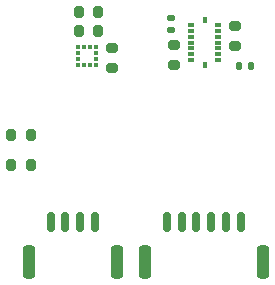
<source format=gtp>
G04 #@! TF.GenerationSoftware,KiCad,Pcbnew,7.0.1*
G04 #@! TF.CreationDate,2023-07-20T02:47:45+02:00*
G04 #@! TF.ProjectId,imu_9_axis,696d755f-395f-4617-9869-732e6b696361,rev?*
G04 #@! TF.SameCoordinates,Original*
G04 #@! TF.FileFunction,Paste,Top*
G04 #@! TF.FilePolarity,Positive*
%FSLAX46Y46*%
G04 Gerber Fmt 4.6, Leading zero omitted, Abs format (unit mm)*
G04 Created by KiCad (PCBNEW 7.0.1) date 2023-07-20 02:47:45*
%MOMM*%
%LPD*%
G01*
G04 APERTURE LIST*
G04 Aperture macros list*
%AMRoundRect*
0 Rectangle with rounded corners*
0 $1 Rounding radius*
0 $2 $3 $4 $5 $6 $7 $8 $9 X,Y pos of 4 corners*
0 Add a 4 corners polygon primitive as box body*
4,1,4,$2,$3,$4,$5,$6,$7,$8,$9,$2,$3,0*
0 Add four circle primitives for the rounded corners*
1,1,$1+$1,$2,$3*
1,1,$1+$1,$4,$5*
1,1,$1+$1,$6,$7*
1,1,$1+$1,$8,$9*
0 Add four rect primitives between the rounded corners*
20,1,$1+$1,$2,$3,$4,$5,0*
20,1,$1+$1,$4,$5,$6,$7,0*
20,1,$1+$1,$6,$7,$8,$9,0*
20,1,$1+$1,$8,$9,$2,$3,0*%
G04 Aperture macros list end*
%ADD10R,0.350000X0.375000*%
%ADD11R,0.375000X0.350000*%
%ADD12R,0.350000X0.590000*%
%ADD13R,0.590000X0.350000*%
%ADD14RoundRect,0.135000X-0.135000X-0.185000X0.135000X-0.185000X0.135000X0.185000X-0.135000X0.185000X0*%
%ADD15RoundRect,0.200000X-0.275000X0.200000X-0.275000X-0.200000X0.275000X-0.200000X0.275000X0.200000X0*%
%ADD16RoundRect,0.135000X0.185000X-0.135000X0.185000X0.135000X-0.185000X0.135000X-0.185000X-0.135000X0*%
%ADD17RoundRect,0.200000X-0.200000X-0.275000X0.200000X-0.275000X0.200000X0.275000X-0.200000X0.275000X0*%
%ADD18RoundRect,0.200000X0.200000X0.275000X-0.200000X0.275000X-0.200000X-0.275000X0.200000X-0.275000X0*%
%ADD19RoundRect,0.250000X0.250000X1.150000X-0.250000X1.150000X-0.250000X-1.150000X0.250000X-1.150000X0*%
%ADD20RoundRect,0.150000X0.150000X0.700000X-0.150000X0.700000X-0.150000X-0.700000X0.150000X-0.700000X0*%
G04 APERTURE END LIST*
D10*
X131200000Y-54637500D03*
X130700000Y-54637500D03*
D11*
X130187500Y-54625000D03*
X130187500Y-54125000D03*
X130187500Y-53625000D03*
X130187500Y-53125000D03*
D10*
X130700000Y-53112500D03*
X131200000Y-53112500D03*
D11*
X131712500Y-53125000D03*
X131712500Y-53625000D03*
X131712500Y-54125000D03*
X131712500Y-54625000D03*
D12*
X140950000Y-50810000D03*
D13*
X139785000Y-51225000D03*
X139785000Y-51725000D03*
X139785000Y-52225000D03*
X139785000Y-52725000D03*
X139785000Y-53225000D03*
X139785000Y-53725000D03*
X139785000Y-54225000D03*
D12*
X140950000Y-54640000D03*
D13*
X142115000Y-54225000D03*
X142115000Y-53725000D03*
X142115000Y-53225000D03*
X142115000Y-52725000D03*
X142115000Y-52225000D03*
X142115000Y-51725000D03*
X142115000Y-51225000D03*
D14*
X144910000Y-54750000D03*
X143890000Y-54750000D03*
D15*
X138350000Y-54600000D03*
X138350000Y-52950000D03*
D16*
X138075000Y-50640000D03*
X138075000Y-51660000D03*
D17*
X131925000Y-50150000D03*
X130275000Y-50150000D03*
X131925000Y-51725000D03*
X130275000Y-51725000D03*
D18*
X124575000Y-60575000D03*
X126225000Y-60575000D03*
X124575000Y-63125000D03*
X126225000Y-63125000D03*
D15*
X133125000Y-53200000D03*
X133125000Y-54850000D03*
D19*
X126050000Y-71275000D03*
X133500000Y-71275000D03*
D20*
X127900000Y-67925000D03*
X129150000Y-67925000D03*
X130400000Y-67925000D03*
X131650000Y-67925000D03*
D19*
X135900000Y-71275000D03*
X145850000Y-71275000D03*
D20*
X137750000Y-67925000D03*
X139000000Y-67925000D03*
X140250000Y-67925000D03*
X141500000Y-67925000D03*
X142750000Y-67925000D03*
X144000000Y-67925000D03*
D15*
X143550000Y-52975000D03*
X143550000Y-51325000D03*
M02*

</source>
